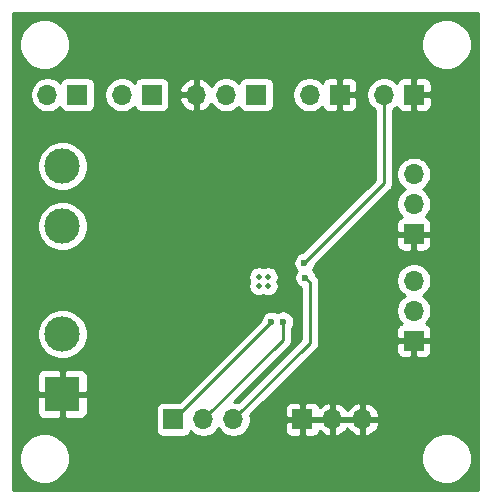
<source format=gbl>
G04 #@! TF.GenerationSoftware,KiCad,Pcbnew,(5.1.10)-1*
G04 #@! TF.CreationDate,2021-07-06T21:05:29-03:00*
G04 #@! TF.ProjectId,BQ25505,42513235-3530-4352-9e6b-696361645f70,rev?*
G04 #@! TF.SameCoordinates,Original*
G04 #@! TF.FileFunction,Copper,L2,Bot*
G04 #@! TF.FilePolarity,Positive*
%FSLAX46Y46*%
G04 Gerber Fmt 4.6, Leading zero omitted, Abs format (unit mm)*
G04 Created by KiCad (PCBNEW (5.1.10)-1) date 2021-07-06 21:05:29*
%MOMM*%
%LPD*%
G01*
G04 APERTURE LIST*
G04 #@! TA.AperFunction,ComponentPad*
%ADD10O,1.700000X1.700000*%
G04 #@! TD*
G04 #@! TA.AperFunction,ComponentPad*
%ADD11R,1.700000X1.700000*%
G04 #@! TD*
G04 #@! TA.AperFunction,ComponentPad*
%ADD12O,3.000000X3.000000*%
G04 #@! TD*
G04 #@! TA.AperFunction,ComponentPad*
%ADD13R,3.000000X3.000000*%
G04 #@! TD*
G04 #@! TA.AperFunction,ComponentPad*
%ADD14C,3.000000*%
G04 #@! TD*
G04 #@! TA.AperFunction,ComponentPad*
%ADD15C,0.508000*%
G04 #@! TD*
G04 #@! TA.AperFunction,ViaPad*
%ADD16C,0.800000*%
G04 #@! TD*
G04 #@! TA.AperFunction,ViaPad*
%ADD17C,0.600000*%
G04 #@! TD*
G04 #@! TA.AperFunction,Conductor*
%ADD18C,0.280000*%
G04 #@! TD*
G04 #@! TA.AperFunction,Conductor*
%ADD19C,0.254000*%
G04 #@! TD*
G04 #@! TA.AperFunction,Conductor*
%ADD20C,0.100000*%
G04 #@! TD*
G04 APERTURE END LIST*
D10*
X183896000Y-121158000D03*
X181356000Y-121158000D03*
D11*
X178816000Y-121158000D03*
D12*
X158496000Y-113944400D03*
D13*
X158496000Y-119024400D03*
D14*
X158496000Y-99720400D03*
X158496000Y-104800400D03*
D10*
X172974000Y-121158000D03*
X170434000Y-121158000D03*
D11*
X167894000Y-121158000D03*
D10*
X179425600Y-93675200D03*
D11*
X181965600Y-93675200D03*
D10*
X188252100Y-109410500D03*
X188252100Y-111950500D03*
D11*
X188252100Y-114490500D03*
D10*
X163525200Y-93675200D03*
D11*
X166065200Y-93675200D03*
D10*
X157226000Y-93675200D03*
D11*
X159766000Y-93675200D03*
D10*
X185724800Y-93675200D03*
D11*
X188264800Y-93675200D03*
D15*
X175120300Y-109867700D03*
X175120300Y-109080300D03*
X175907700Y-109867700D03*
X175907700Y-109080300D03*
D11*
X174904400Y-93675200D03*
D10*
X172364400Y-93675200D03*
X169824400Y-93675200D03*
X188252100Y-100393500D03*
X188252100Y-102933500D03*
D11*
X188252100Y-105473500D03*
D16*
X161798000Y-124968000D03*
X173990000Y-124968000D03*
X186182000Y-124968000D03*
X192786000Y-118618000D03*
X192786000Y-107061000D03*
X192786000Y-101282500D03*
X192786000Y-95504000D03*
X185928000Y-88646000D03*
X182335710Y-88646000D03*
X178743425Y-88646000D03*
X175151140Y-88646000D03*
X171558855Y-88646000D03*
X167966570Y-88646000D03*
X164374285Y-88646000D03*
X160782000Y-88646000D03*
X167386000Y-96012000D03*
X177292000Y-96266000D03*
X164084000Y-120142000D03*
X192786000Y-112839500D03*
X167894000Y-124968000D03*
X180086000Y-124968000D03*
D17*
X176199801Y-112903000D03*
X177164996Y-112877600D03*
X179070000Y-109169198D03*
X178993596Y-107924406D03*
D18*
X167944801Y-121158000D02*
X167894000Y-121158000D01*
X176199801Y-112903000D02*
X167944801Y-121158000D01*
X177165000Y-114427000D02*
X170434000Y-121158000D01*
X177165000Y-112877604D02*
X177165000Y-114427000D01*
X177164996Y-112877600D02*
X177165000Y-112877604D01*
X179469999Y-109569197D02*
X179070000Y-109169198D01*
X179469999Y-114662001D02*
X172974000Y-121158000D01*
X179469999Y-109569197D02*
X179469999Y-114662001D01*
X185724800Y-93675200D02*
X185724800Y-101193202D01*
X185724800Y-101193202D02*
X178993596Y-107924406D01*
D19*
X193650000Y-127102000D02*
X154330000Y-127102000D01*
X154330000Y-124249721D01*
X154837000Y-124249721D01*
X154837000Y-124670279D01*
X154919047Y-125082756D01*
X155079988Y-125471302D01*
X155313637Y-125820983D01*
X155611017Y-126118363D01*
X155960698Y-126352012D01*
X156349244Y-126512953D01*
X156761721Y-126595000D01*
X157182279Y-126595000D01*
X157594756Y-126512953D01*
X157983302Y-126352012D01*
X158332983Y-126118363D01*
X158630363Y-125820983D01*
X158864012Y-125471302D01*
X159024953Y-125082756D01*
X159107000Y-124670279D01*
X159107000Y-124249721D01*
X188873000Y-124249721D01*
X188873000Y-124670279D01*
X188955047Y-125082756D01*
X189115988Y-125471302D01*
X189349637Y-125820983D01*
X189647017Y-126118363D01*
X189996698Y-126352012D01*
X190385244Y-126512953D01*
X190797721Y-126595000D01*
X191218279Y-126595000D01*
X191630756Y-126512953D01*
X192019302Y-126352012D01*
X192368983Y-126118363D01*
X192666363Y-125820983D01*
X192900012Y-125471302D01*
X193060953Y-125082756D01*
X193143000Y-124670279D01*
X193143000Y-124249721D01*
X193060953Y-123837244D01*
X192900012Y-123448698D01*
X192666363Y-123099017D01*
X192368983Y-122801637D01*
X192019302Y-122567988D01*
X191630756Y-122407047D01*
X191218279Y-122325000D01*
X190797721Y-122325000D01*
X190385244Y-122407047D01*
X189996698Y-122567988D01*
X189647017Y-122801637D01*
X189349637Y-123099017D01*
X189115988Y-123448698D01*
X188955047Y-123837244D01*
X188873000Y-124249721D01*
X159107000Y-124249721D01*
X159024953Y-123837244D01*
X158864012Y-123448698D01*
X158630363Y-123099017D01*
X158332983Y-122801637D01*
X157983302Y-122567988D01*
X157594756Y-122407047D01*
X157182279Y-122325000D01*
X156761721Y-122325000D01*
X156349244Y-122407047D01*
X155960698Y-122567988D01*
X155611017Y-122801637D01*
X155313637Y-123099017D01*
X155079988Y-123448698D01*
X154919047Y-123837244D01*
X154837000Y-124249721D01*
X154330000Y-124249721D01*
X154330000Y-120524400D01*
X156357928Y-120524400D01*
X156370188Y-120648882D01*
X156406498Y-120768580D01*
X156465463Y-120878894D01*
X156544815Y-120975585D01*
X156641506Y-121054937D01*
X156751820Y-121113902D01*
X156871518Y-121150212D01*
X156996000Y-121162472D01*
X158210250Y-121159400D01*
X158369000Y-121000650D01*
X158369000Y-119151400D01*
X158623000Y-119151400D01*
X158623000Y-121000650D01*
X158781750Y-121159400D01*
X159996000Y-121162472D01*
X160120482Y-121150212D01*
X160240180Y-121113902D01*
X160350494Y-121054937D01*
X160447185Y-120975585D01*
X160526537Y-120878894D01*
X160585502Y-120768580D01*
X160621812Y-120648882D01*
X160634072Y-120524400D01*
X160633525Y-120308000D01*
X166405928Y-120308000D01*
X166405928Y-122008000D01*
X166418188Y-122132482D01*
X166454498Y-122252180D01*
X166513463Y-122362494D01*
X166592815Y-122459185D01*
X166689506Y-122538537D01*
X166799820Y-122597502D01*
X166919518Y-122633812D01*
X167044000Y-122646072D01*
X168744000Y-122646072D01*
X168868482Y-122633812D01*
X168988180Y-122597502D01*
X169098494Y-122538537D01*
X169195185Y-122459185D01*
X169274537Y-122362494D01*
X169333502Y-122252180D01*
X169355513Y-122179620D01*
X169487368Y-122311475D01*
X169730589Y-122473990D01*
X170000842Y-122585932D01*
X170287740Y-122643000D01*
X170580260Y-122643000D01*
X170867158Y-122585932D01*
X171137411Y-122473990D01*
X171380632Y-122311475D01*
X171587475Y-122104632D01*
X171704000Y-121930240D01*
X171820525Y-122104632D01*
X172027368Y-122311475D01*
X172270589Y-122473990D01*
X172540842Y-122585932D01*
X172827740Y-122643000D01*
X173120260Y-122643000D01*
X173407158Y-122585932D01*
X173677411Y-122473990D01*
X173920632Y-122311475D01*
X174127475Y-122104632D01*
X174192042Y-122008000D01*
X177327928Y-122008000D01*
X177340188Y-122132482D01*
X177376498Y-122252180D01*
X177435463Y-122362494D01*
X177514815Y-122459185D01*
X177611506Y-122538537D01*
X177721820Y-122597502D01*
X177841518Y-122633812D01*
X177966000Y-122646072D01*
X178530250Y-122643000D01*
X178689000Y-122484250D01*
X178689000Y-121285000D01*
X178943000Y-121285000D01*
X178943000Y-122484250D01*
X179101750Y-122643000D01*
X179666000Y-122646072D01*
X179790482Y-122633812D01*
X179910180Y-122597502D01*
X180020494Y-122538537D01*
X180117185Y-122459185D01*
X180196537Y-122362494D01*
X180255502Y-122252180D01*
X180279966Y-122171534D01*
X180355731Y-122255588D01*
X180589080Y-122429641D01*
X180851901Y-122554825D01*
X180999110Y-122599476D01*
X181229000Y-122478155D01*
X181229000Y-121285000D01*
X181483000Y-121285000D01*
X181483000Y-122478155D01*
X181712890Y-122599476D01*
X181860099Y-122554825D01*
X182122920Y-122429641D01*
X182356269Y-122255588D01*
X182551178Y-122039355D01*
X182626000Y-121913745D01*
X182700822Y-122039355D01*
X182895731Y-122255588D01*
X183129080Y-122429641D01*
X183391901Y-122554825D01*
X183539110Y-122599476D01*
X183769000Y-122478155D01*
X183769000Y-121285000D01*
X184023000Y-121285000D01*
X184023000Y-122478155D01*
X184252890Y-122599476D01*
X184400099Y-122554825D01*
X184662920Y-122429641D01*
X184896269Y-122255588D01*
X185091178Y-122039355D01*
X185240157Y-121789252D01*
X185337481Y-121514891D01*
X185216814Y-121285000D01*
X184023000Y-121285000D01*
X183769000Y-121285000D01*
X181483000Y-121285000D01*
X181229000Y-121285000D01*
X178943000Y-121285000D01*
X178689000Y-121285000D01*
X177489750Y-121285000D01*
X177331000Y-121443750D01*
X177327928Y-122008000D01*
X174192042Y-122008000D01*
X174289990Y-121861411D01*
X174401932Y-121591158D01*
X174459000Y-121304260D01*
X174459000Y-121011740D01*
X174418729Y-120809285D01*
X174920014Y-120308000D01*
X177327928Y-120308000D01*
X177331000Y-120872250D01*
X177489750Y-121031000D01*
X178689000Y-121031000D01*
X178689000Y-119831750D01*
X178943000Y-119831750D01*
X178943000Y-121031000D01*
X181229000Y-121031000D01*
X181229000Y-119837845D01*
X181483000Y-119837845D01*
X181483000Y-121031000D01*
X183769000Y-121031000D01*
X183769000Y-119837845D01*
X184023000Y-119837845D01*
X184023000Y-121031000D01*
X185216814Y-121031000D01*
X185337481Y-120801109D01*
X185240157Y-120526748D01*
X185091178Y-120276645D01*
X184896269Y-120060412D01*
X184662920Y-119886359D01*
X184400099Y-119761175D01*
X184252890Y-119716524D01*
X184023000Y-119837845D01*
X183769000Y-119837845D01*
X183539110Y-119716524D01*
X183391901Y-119761175D01*
X183129080Y-119886359D01*
X182895731Y-120060412D01*
X182700822Y-120276645D01*
X182626000Y-120402255D01*
X182551178Y-120276645D01*
X182356269Y-120060412D01*
X182122920Y-119886359D01*
X181860099Y-119761175D01*
X181712890Y-119716524D01*
X181483000Y-119837845D01*
X181229000Y-119837845D01*
X180999110Y-119716524D01*
X180851901Y-119761175D01*
X180589080Y-119886359D01*
X180355731Y-120060412D01*
X180279966Y-120144466D01*
X180255502Y-120063820D01*
X180196537Y-119953506D01*
X180117185Y-119856815D01*
X180020494Y-119777463D01*
X179910180Y-119718498D01*
X179790482Y-119682188D01*
X179666000Y-119669928D01*
X179101750Y-119673000D01*
X178943000Y-119831750D01*
X178689000Y-119831750D01*
X178530250Y-119673000D01*
X177966000Y-119669928D01*
X177841518Y-119682188D01*
X177721820Y-119718498D01*
X177611506Y-119777463D01*
X177514815Y-119856815D01*
X177435463Y-119953506D01*
X177376498Y-120063820D01*
X177340188Y-120183518D01*
X177327928Y-120308000D01*
X174920014Y-120308000D01*
X179887514Y-115340500D01*
X186764028Y-115340500D01*
X186776288Y-115464982D01*
X186812598Y-115584680D01*
X186871563Y-115694994D01*
X186950915Y-115791685D01*
X187047606Y-115871037D01*
X187157920Y-115930002D01*
X187277618Y-115966312D01*
X187402100Y-115978572D01*
X187966350Y-115975500D01*
X188125100Y-115816750D01*
X188125100Y-114617500D01*
X188379100Y-114617500D01*
X188379100Y-115816750D01*
X188537850Y-115975500D01*
X189102100Y-115978572D01*
X189226582Y-115966312D01*
X189346280Y-115930002D01*
X189456594Y-115871037D01*
X189553285Y-115791685D01*
X189632637Y-115694994D01*
X189691602Y-115584680D01*
X189727912Y-115464982D01*
X189740172Y-115340500D01*
X189737100Y-114776250D01*
X189578350Y-114617500D01*
X188379100Y-114617500D01*
X188125100Y-114617500D01*
X186925850Y-114617500D01*
X186767100Y-114776250D01*
X186764028Y-115340500D01*
X179887514Y-115340500D01*
X179991086Y-115236929D01*
X180020658Y-115212660D01*
X180082657Y-115137113D01*
X180117505Y-115094652D01*
X180189468Y-114960016D01*
X180189469Y-114960015D01*
X180233785Y-114813927D01*
X180244999Y-114700066D01*
X180244999Y-114700064D01*
X180248748Y-114662001D01*
X180244999Y-114623938D01*
X180244999Y-113640500D01*
X186764028Y-113640500D01*
X186767100Y-114204750D01*
X186925850Y-114363500D01*
X188125100Y-114363500D01*
X188125100Y-114343500D01*
X188379100Y-114343500D01*
X188379100Y-114363500D01*
X189578350Y-114363500D01*
X189737100Y-114204750D01*
X189740172Y-113640500D01*
X189727912Y-113516018D01*
X189691602Y-113396320D01*
X189632637Y-113286006D01*
X189553285Y-113189315D01*
X189456594Y-113109963D01*
X189346280Y-113050998D01*
X189273720Y-113028987D01*
X189405575Y-112897132D01*
X189568090Y-112653911D01*
X189680032Y-112383658D01*
X189737100Y-112096760D01*
X189737100Y-111804240D01*
X189680032Y-111517342D01*
X189568090Y-111247089D01*
X189405575Y-111003868D01*
X189198732Y-110797025D01*
X189024340Y-110680500D01*
X189198732Y-110563975D01*
X189405575Y-110357132D01*
X189568090Y-110113911D01*
X189680032Y-109843658D01*
X189737100Y-109556760D01*
X189737100Y-109264240D01*
X189680032Y-108977342D01*
X189568090Y-108707089D01*
X189405575Y-108463868D01*
X189198732Y-108257025D01*
X188955511Y-108094510D01*
X188685258Y-107982568D01*
X188398360Y-107925500D01*
X188105840Y-107925500D01*
X187818942Y-107982568D01*
X187548689Y-108094510D01*
X187305468Y-108257025D01*
X187098625Y-108463868D01*
X186936110Y-108707089D01*
X186824168Y-108977342D01*
X186767100Y-109264240D01*
X186767100Y-109556760D01*
X186824168Y-109843658D01*
X186936110Y-110113911D01*
X187098625Y-110357132D01*
X187305468Y-110563975D01*
X187479860Y-110680500D01*
X187305468Y-110797025D01*
X187098625Y-111003868D01*
X186936110Y-111247089D01*
X186824168Y-111517342D01*
X186767100Y-111804240D01*
X186767100Y-112096760D01*
X186824168Y-112383658D01*
X186936110Y-112653911D01*
X187098625Y-112897132D01*
X187230480Y-113028987D01*
X187157920Y-113050998D01*
X187047606Y-113109963D01*
X186950915Y-113189315D01*
X186871563Y-113286006D01*
X186812598Y-113396320D01*
X186776288Y-113516018D01*
X186764028Y-113640500D01*
X180244999Y-113640500D01*
X180244999Y-109607259D01*
X180248748Y-109569196D01*
X180244999Y-109531132D01*
X180233785Y-109417271D01*
X180189469Y-109271183D01*
X180117505Y-109136547D01*
X180020658Y-109018538D01*
X179991082Y-108994266D01*
X179987885Y-108991069D01*
X179969068Y-108896469D01*
X179898586Y-108726309D01*
X179796262Y-108573170D01*
X179729338Y-108506246D01*
X179822182Y-108367295D01*
X179892664Y-108197135D01*
X179911481Y-108102535D01*
X181690516Y-106323500D01*
X186764028Y-106323500D01*
X186776288Y-106447982D01*
X186812598Y-106567680D01*
X186871563Y-106677994D01*
X186950915Y-106774685D01*
X187047606Y-106854037D01*
X187157920Y-106913002D01*
X187277618Y-106949312D01*
X187402100Y-106961572D01*
X187966350Y-106958500D01*
X188125100Y-106799750D01*
X188125100Y-105600500D01*
X188379100Y-105600500D01*
X188379100Y-106799750D01*
X188537850Y-106958500D01*
X189102100Y-106961572D01*
X189226582Y-106949312D01*
X189346280Y-106913002D01*
X189456594Y-106854037D01*
X189553285Y-106774685D01*
X189632637Y-106677994D01*
X189691602Y-106567680D01*
X189727912Y-106447982D01*
X189740172Y-106323500D01*
X189737100Y-105759250D01*
X189578350Y-105600500D01*
X188379100Y-105600500D01*
X188125100Y-105600500D01*
X186925850Y-105600500D01*
X186767100Y-105759250D01*
X186764028Y-106323500D01*
X181690516Y-106323500D01*
X183390516Y-104623500D01*
X186764028Y-104623500D01*
X186767100Y-105187750D01*
X186925850Y-105346500D01*
X188125100Y-105346500D01*
X188125100Y-105326500D01*
X188379100Y-105326500D01*
X188379100Y-105346500D01*
X189578350Y-105346500D01*
X189737100Y-105187750D01*
X189740172Y-104623500D01*
X189727912Y-104499018D01*
X189691602Y-104379320D01*
X189632637Y-104269006D01*
X189553285Y-104172315D01*
X189456594Y-104092963D01*
X189346280Y-104033998D01*
X189273720Y-104011987D01*
X189405575Y-103880132D01*
X189568090Y-103636911D01*
X189680032Y-103366658D01*
X189737100Y-103079760D01*
X189737100Y-102787240D01*
X189680032Y-102500342D01*
X189568090Y-102230089D01*
X189405575Y-101986868D01*
X189198732Y-101780025D01*
X189024340Y-101663500D01*
X189198732Y-101546975D01*
X189405575Y-101340132D01*
X189568090Y-101096911D01*
X189680032Y-100826658D01*
X189737100Y-100539760D01*
X189737100Y-100247240D01*
X189680032Y-99960342D01*
X189568090Y-99690089D01*
X189405575Y-99446868D01*
X189198732Y-99240025D01*
X188955511Y-99077510D01*
X188685258Y-98965568D01*
X188398360Y-98908500D01*
X188105840Y-98908500D01*
X187818942Y-98965568D01*
X187548689Y-99077510D01*
X187305468Y-99240025D01*
X187098625Y-99446868D01*
X186936110Y-99690089D01*
X186824168Y-99960342D01*
X186767100Y-100247240D01*
X186767100Y-100539760D01*
X186824168Y-100826658D01*
X186936110Y-101096911D01*
X187098625Y-101340132D01*
X187305468Y-101546975D01*
X187479860Y-101663500D01*
X187305468Y-101780025D01*
X187098625Y-101986868D01*
X186936110Y-102230089D01*
X186824168Y-102500342D01*
X186767100Y-102787240D01*
X186767100Y-103079760D01*
X186824168Y-103366658D01*
X186936110Y-103636911D01*
X187098625Y-103880132D01*
X187230480Y-104011987D01*
X187157920Y-104033998D01*
X187047606Y-104092963D01*
X186950915Y-104172315D01*
X186871563Y-104269006D01*
X186812598Y-104379320D01*
X186776288Y-104499018D01*
X186764028Y-104623500D01*
X183390516Y-104623500D01*
X186245887Y-101768130D01*
X186275459Y-101743861D01*
X186337458Y-101668314D01*
X186372306Y-101625853D01*
X186414466Y-101546975D01*
X186444270Y-101491216D01*
X186488586Y-101345128D01*
X186499800Y-101231267D01*
X186499800Y-101231265D01*
X186503549Y-101193202D01*
X186499800Y-101155139D01*
X186499800Y-94943356D01*
X186671432Y-94828675D01*
X186803287Y-94696820D01*
X186825298Y-94769380D01*
X186884263Y-94879694D01*
X186963615Y-94976385D01*
X187060306Y-95055737D01*
X187170620Y-95114702D01*
X187290318Y-95151012D01*
X187414800Y-95163272D01*
X187979050Y-95160200D01*
X188137800Y-95001450D01*
X188137800Y-93802200D01*
X188391800Y-93802200D01*
X188391800Y-95001450D01*
X188550550Y-95160200D01*
X189114800Y-95163272D01*
X189239282Y-95151012D01*
X189358980Y-95114702D01*
X189469294Y-95055737D01*
X189565985Y-94976385D01*
X189645337Y-94879694D01*
X189704302Y-94769380D01*
X189740612Y-94649682D01*
X189752872Y-94525200D01*
X189749800Y-93960950D01*
X189591050Y-93802200D01*
X188391800Y-93802200D01*
X188137800Y-93802200D01*
X188117800Y-93802200D01*
X188117800Y-93548200D01*
X188137800Y-93548200D01*
X188137800Y-92348950D01*
X188391800Y-92348950D01*
X188391800Y-93548200D01*
X189591050Y-93548200D01*
X189749800Y-93389450D01*
X189752872Y-92825200D01*
X189740612Y-92700718D01*
X189704302Y-92581020D01*
X189645337Y-92470706D01*
X189565985Y-92374015D01*
X189469294Y-92294663D01*
X189358980Y-92235698D01*
X189239282Y-92199388D01*
X189114800Y-92187128D01*
X188550550Y-92190200D01*
X188391800Y-92348950D01*
X188137800Y-92348950D01*
X187979050Y-92190200D01*
X187414800Y-92187128D01*
X187290318Y-92199388D01*
X187170620Y-92235698D01*
X187060306Y-92294663D01*
X186963615Y-92374015D01*
X186884263Y-92470706D01*
X186825298Y-92581020D01*
X186803287Y-92653580D01*
X186671432Y-92521725D01*
X186428211Y-92359210D01*
X186157958Y-92247268D01*
X185871060Y-92190200D01*
X185578540Y-92190200D01*
X185291642Y-92247268D01*
X185021389Y-92359210D01*
X184778168Y-92521725D01*
X184571325Y-92728568D01*
X184408810Y-92971789D01*
X184296868Y-93242042D01*
X184239800Y-93528940D01*
X184239800Y-93821460D01*
X184296868Y-94108358D01*
X184408810Y-94378611D01*
X184571325Y-94621832D01*
X184778168Y-94828675D01*
X184949800Y-94943356D01*
X184949801Y-100872186D01*
X178815467Y-107006521D01*
X178720867Y-107025338D01*
X178550707Y-107095820D01*
X178397568Y-107198144D01*
X178267334Y-107328378D01*
X178165010Y-107481517D01*
X178094528Y-107651677D01*
X178058596Y-107832317D01*
X178058596Y-108016495D01*
X178094528Y-108197135D01*
X178165010Y-108367295D01*
X178267334Y-108520434D01*
X178334258Y-108587358D01*
X178241414Y-108726309D01*
X178170932Y-108896469D01*
X178135000Y-109077109D01*
X178135000Y-109261287D01*
X178170932Y-109441927D01*
X178241414Y-109612087D01*
X178343738Y-109765226D01*
X178473972Y-109895460D01*
X178627111Y-109997784D01*
X178694999Y-110025904D01*
X178695000Y-114340985D01*
X173322715Y-119713271D01*
X173120260Y-119673000D01*
X173015015Y-119673000D01*
X177686093Y-115001923D01*
X177715659Y-114977659D01*
X177812506Y-114859650D01*
X177884470Y-114725014D01*
X177928786Y-114578926D01*
X177940000Y-114465065D01*
X177940000Y-114465064D01*
X177943749Y-114427001D01*
X177940000Y-114388938D01*
X177940000Y-113400680D01*
X177993582Y-113320489D01*
X178064064Y-113150329D01*
X178099996Y-112969689D01*
X178099996Y-112785511D01*
X178064064Y-112604871D01*
X177993582Y-112434711D01*
X177891258Y-112281572D01*
X177761024Y-112151338D01*
X177607885Y-112049014D01*
X177437725Y-111978532D01*
X177257085Y-111942600D01*
X177072907Y-111942600D01*
X176892267Y-111978532D01*
X176722107Y-112049014D01*
X176663392Y-112088246D01*
X176642690Y-112074414D01*
X176472530Y-112003932D01*
X176291890Y-111968000D01*
X176107712Y-111968000D01*
X175927072Y-112003932D01*
X175756912Y-112074414D01*
X175603773Y-112176738D01*
X175473539Y-112306972D01*
X175371215Y-112460111D01*
X175300733Y-112630271D01*
X175281916Y-112724870D01*
X168336859Y-119669928D01*
X167044000Y-119669928D01*
X166919518Y-119682188D01*
X166799820Y-119718498D01*
X166689506Y-119777463D01*
X166592815Y-119856815D01*
X166513463Y-119953506D01*
X166454498Y-120063820D01*
X166418188Y-120183518D01*
X166405928Y-120308000D01*
X160633525Y-120308000D01*
X160631000Y-119310150D01*
X160472250Y-119151400D01*
X158623000Y-119151400D01*
X158369000Y-119151400D01*
X156519750Y-119151400D01*
X156361000Y-119310150D01*
X156357928Y-120524400D01*
X154330000Y-120524400D01*
X154330000Y-117524400D01*
X156357928Y-117524400D01*
X156361000Y-118738650D01*
X156519750Y-118897400D01*
X158369000Y-118897400D01*
X158369000Y-117048150D01*
X158623000Y-117048150D01*
X158623000Y-118897400D01*
X160472250Y-118897400D01*
X160631000Y-118738650D01*
X160634072Y-117524400D01*
X160621812Y-117399918D01*
X160585502Y-117280220D01*
X160526537Y-117169906D01*
X160447185Y-117073215D01*
X160350494Y-116993863D01*
X160240180Y-116934898D01*
X160120482Y-116898588D01*
X159996000Y-116886328D01*
X158781750Y-116889400D01*
X158623000Y-117048150D01*
X158369000Y-117048150D01*
X158210250Y-116889400D01*
X156996000Y-116886328D01*
X156871518Y-116898588D01*
X156751820Y-116934898D01*
X156641506Y-116993863D01*
X156544815Y-117073215D01*
X156465463Y-117169906D01*
X156406498Y-117280220D01*
X156370188Y-117399918D01*
X156357928Y-117524400D01*
X154330000Y-117524400D01*
X154330000Y-113734121D01*
X156361000Y-113734121D01*
X156361000Y-114154679D01*
X156443047Y-114567156D01*
X156603988Y-114955702D01*
X156837637Y-115305383D01*
X157135017Y-115602763D01*
X157484698Y-115836412D01*
X157873244Y-115997353D01*
X158285721Y-116079400D01*
X158706279Y-116079400D01*
X159118756Y-115997353D01*
X159507302Y-115836412D01*
X159856983Y-115602763D01*
X160154363Y-115305383D01*
X160388012Y-114955702D01*
X160548953Y-114567156D01*
X160631000Y-114154679D01*
X160631000Y-113734121D01*
X160548953Y-113321644D01*
X160388012Y-112933098D01*
X160154363Y-112583417D01*
X159856983Y-112286037D01*
X159507302Y-112052388D01*
X159118756Y-111891447D01*
X158706279Y-111809400D01*
X158285721Y-111809400D01*
X157873244Y-111891447D01*
X157484698Y-112052388D01*
X157135017Y-112286037D01*
X156837637Y-112583417D01*
X156603988Y-112933098D01*
X156443047Y-113321644D01*
X156361000Y-113734121D01*
X154330000Y-113734121D01*
X154330000Y-108992741D01*
X174231300Y-108992741D01*
X174231300Y-109167859D01*
X174265464Y-109339612D01*
X174321130Y-109474000D01*
X174265464Y-109608388D01*
X174231300Y-109780141D01*
X174231300Y-109955259D01*
X174265464Y-110127012D01*
X174332479Y-110288799D01*
X174429769Y-110434404D01*
X174553596Y-110558231D01*
X174699201Y-110655521D01*
X174860988Y-110722536D01*
X175032741Y-110756700D01*
X175207859Y-110756700D01*
X175379612Y-110722536D01*
X175514000Y-110666870D01*
X175648388Y-110722536D01*
X175820141Y-110756700D01*
X175995259Y-110756700D01*
X176167012Y-110722536D01*
X176328799Y-110655521D01*
X176474404Y-110558231D01*
X176598231Y-110434404D01*
X176695521Y-110288799D01*
X176762536Y-110127012D01*
X176796700Y-109955259D01*
X176796700Y-109780141D01*
X176762536Y-109608388D01*
X176706870Y-109474000D01*
X176762536Y-109339612D01*
X176796700Y-109167859D01*
X176796700Y-108992741D01*
X176762536Y-108820988D01*
X176695521Y-108659201D01*
X176598231Y-108513596D01*
X176474404Y-108389769D01*
X176328799Y-108292479D01*
X176167012Y-108225464D01*
X175995259Y-108191300D01*
X175820141Y-108191300D01*
X175648388Y-108225464D01*
X175514000Y-108281130D01*
X175379612Y-108225464D01*
X175207859Y-108191300D01*
X175032741Y-108191300D01*
X174860988Y-108225464D01*
X174699201Y-108292479D01*
X174553596Y-108389769D01*
X174429769Y-108513596D01*
X174332479Y-108659201D01*
X174265464Y-108820988D01*
X174231300Y-108992741D01*
X154330000Y-108992741D01*
X154330000Y-104590121D01*
X156361000Y-104590121D01*
X156361000Y-105010679D01*
X156443047Y-105423156D01*
X156603988Y-105811702D01*
X156837637Y-106161383D01*
X157135017Y-106458763D01*
X157484698Y-106692412D01*
X157873244Y-106853353D01*
X158285721Y-106935400D01*
X158706279Y-106935400D01*
X159118756Y-106853353D01*
X159507302Y-106692412D01*
X159856983Y-106458763D01*
X160154363Y-106161383D01*
X160388012Y-105811702D01*
X160548953Y-105423156D01*
X160631000Y-105010679D01*
X160631000Y-104590121D01*
X160548953Y-104177644D01*
X160388012Y-103789098D01*
X160154363Y-103439417D01*
X159856983Y-103142037D01*
X159507302Y-102908388D01*
X159118756Y-102747447D01*
X158706279Y-102665400D01*
X158285721Y-102665400D01*
X157873244Y-102747447D01*
X157484698Y-102908388D01*
X157135017Y-103142037D01*
X156837637Y-103439417D01*
X156603988Y-103789098D01*
X156443047Y-104177644D01*
X156361000Y-104590121D01*
X154330000Y-104590121D01*
X154330000Y-99510121D01*
X156361000Y-99510121D01*
X156361000Y-99930679D01*
X156443047Y-100343156D01*
X156603988Y-100731702D01*
X156837637Y-101081383D01*
X157135017Y-101378763D01*
X157484698Y-101612412D01*
X157873244Y-101773353D01*
X158285721Y-101855400D01*
X158706279Y-101855400D01*
X159118756Y-101773353D01*
X159507302Y-101612412D01*
X159856983Y-101378763D01*
X160154363Y-101081383D01*
X160388012Y-100731702D01*
X160548953Y-100343156D01*
X160631000Y-99930679D01*
X160631000Y-99510121D01*
X160548953Y-99097644D01*
X160388012Y-98709098D01*
X160154363Y-98359417D01*
X159856983Y-98062037D01*
X159507302Y-97828388D01*
X159118756Y-97667447D01*
X158706279Y-97585400D01*
X158285721Y-97585400D01*
X157873244Y-97667447D01*
X157484698Y-97828388D01*
X157135017Y-98062037D01*
X156837637Y-98359417D01*
X156603988Y-98709098D01*
X156443047Y-99097644D01*
X156361000Y-99510121D01*
X154330000Y-99510121D01*
X154330000Y-93528940D01*
X155741000Y-93528940D01*
X155741000Y-93821460D01*
X155798068Y-94108358D01*
X155910010Y-94378611D01*
X156072525Y-94621832D01*
X156279368Y-94828675D01*
X156522589Y-94991190D01*
X156792842Y-95103132D01*
X157079740Y-95160200D01*
X157372260Y-95160200D01*
X157659158Y-95103132D01*
X157929411Y-94991190D01*
X158172632Y-94828675D01*
X158304487Y-94696820D01*
X158326498Y-94769380D01*
X158385463Y-94879694D01*
X158464815Y-94976385D01*
X158561506Y-95055737D01*
X158671820Y-95114702D01*
X158791518Y-95151012D01*
X158916000Y-95163272D01*
X160616000Y-95163272D01*
X160740482Y-95151012D01*
X160860180Y-95114702D01*
X160970494Y-95055737D01*
X161067185Y-94976385D01*
X161146537Y-94879694D01*
X161205502Y-94769380D01*
X161241812Y-94649682D01*
X161254072Y-94525200D01*
X161254072Y-93528940D01*
X162040200Y-93528940D01*
X162040200Y-93821460D01*
X162097268Y-94108358D01*
X162209210Y-94378611D01*
X162371725Y-94621832D01*
X162578568Y-94828675D01*
X162821789Y-94991190D01*
X163092042Y-95103132D01*
X163378940Y-95160200D01*
X163671460Y-95160200D01*
X163958358Y-95103132D01*
X164228611Y-94991190D01*
X164471832Y-94828675D01*
X164603687Y-94696820D01*
X164625698Y-94769380D01*
X164684663Y-94879694D01*
X164764015Y-94976385D01*
X164860706Y-95055737D01*
X164971020Y-95114702D01*
X165090718Y-95151012D01*
X165215200Y-95163272D01*
X166915200Y-95163272D01*
X167039682Y-95151012D01*
X167159380Y-95114702D01*
X167269694Y-95055737D01*
X167366385Y-94976385D01*
X167445737Y-94879694D01*
X167504702Y-94769380D01*
X167541012Y-94649682D01*
X167553272Y-94525200D01*
X167553272Y-94032091D01*
X168382919Y-94032091D01*
X168480243Y-94306452D01*
X168629222Y-94556555D01*
X168824131Y-94772788D01*
X169057480Y-94946841D01*
X169320301Y-95072025D01*
X169467510Y-95116676D01*
X169697400Y-94995355D01*
X169697400Y-93802200D01*
X168503586Y-93802200D01*
X168382919Y-94032091D01*
X167553272Y-94032091D01*
X167553272Y-93318309D01*
X168382919Y-93318309D01*
X168503586Y-93548200D01*
X169697400Y-93548200D01*
X169697400Y-92355045D01*
X169951400Y-92355045D01*
X169951400Y-93548200D01*
X169971400Y-93548200D01*
X169971400Y-93802200D01*
X169951400Y-93802200D01*
X169951400Y-94995355D01*
X170181290Y-95116676D01*
X170328499Y-95072025D01*
X170591320Y-94946841D01*
X170824669Y-94772788D01*
X171019578Y-94556555D01*
X171089205Y-94439666D01*
X171210925Y-94621832D01*
X171417768Y-94828675D01*
X171660989Y-94991190D01*
X171931242Y-95103132D01*
X172218140Y-95160200D01*
X172510660Y-95160200D01*
X172797558Y-95103132D01*
X173067811Y-94991190D01*
X173311032Y-94828675D01*
X173442887Y-94696820D01*
X173464898Y-94769380D01*
X173523863Y-94879694D01*
X173603215Y-94976385D01*
X173699906Y-95055737D01*
X173810220Y-95114702D01*
X173929918Y-95151012D01*
X174054400Y-95163272D01*
X175754400Y-95163272D01*
X175878882Y-95151012D01*
X175998580Y-95114702D01*
X176108894Y-95055737D01*
X176205585Y-94976385D01*
X176284937Y-94879694D01*
X176343902Y-94769380D01*
X176380212Y-94649682D01*
X176392472Y-94525200D01*
X176392472Y-93528940D01*
X177940600Y-93528940D01*
X177940600Y-93821460D01*
X177997668Y-94108358D01*
X178109610Y-94378611D01*
X178272125Y-94621832D01*
X178478968Y-94828675D01*
X178722189Y-94991190D01*
X178992442Y-95103132D01*
X179279340Y-95160200D01*
X179571860Y-95160200D01*
X179858758Y-95103132D01*
X180129011Y-94991190D01*
X180372232Y-94828675D01*
X180504087Y-94696820D01*
X180526098Y-94769380D01*
X180585063Y-94879694D01*
X180664415Y-94976385D01*
X180761106Y-95055737D01*
X180871420Y-95114702D01*
X180991118Y-95151012D01*
X181115600Y-95163272D01*
X181679850Y-95160200D01*
X181838600Y-95001450D01*
X181838600Y-93802200D01*
X182092600Y-93802200D01*
X182092600Y-95001450D01*
X182251350Y-95160200D01*
X182815600Y-95163272D01*
X182940082Y-95151012D01*
X183059780Y-95114702D01*
X183170094Y-95055737D01*
X183266785Y-94976385D01*
X183346137Y-94879694D01*
X183405102Y-94769380D01*
X183441412Y-94649682D01*
X183453672Y-94525200D01*
X183450600Y-93960950D01*
X183291850Y-93802200D01*
X182092600Y-93802200D01*
X181838600Y-93802200D01*
X181818600Y-93802200D01*
X181818600Y-93548200D01*
X181838600Y-93548200D01*
X181838600Y-92348950D01*
X182092600Y-92348950D01*
X182092600Y-93548200D01*
X183291850Y-93548200D01*
X183450600Y-93389450D01*
X183453672Y-92825200D01*
X183441412Y-92700718D01*
X183405102Y-92581020D01*
X183346137Y-92470706D01*
X183266785Y-92374015D01*
X183170094Y-92294663D01*
X183059780Y-92235698D01*
X182940082Y-92199388D01*
X182815600Y-92187128D01*
X182251350Y-92190200D01*
X182092600Y-92348950D01*
X181838600Y-92348950D01*
X181679850Y-92190200D01*
X181115600Y-92187128D01*
X180991118Y-92199388D01*
X180871420Y-92235698D01*
X180761106Y-92294663D01*
X180664415Y-92374015D01*
X180585063Y-92470706D01*
X180526098Y-92581020D01*
X180504087Y-92653580D01*
X180372232Y-92521725D01*
X180129011Y-92359210D01*
X179858758Y-92247268D01*
X179571860Y-92190200D01*
X179279340Y-92190200D01*
X178992442Y-92247268D01*
X178722189Y-92359210D01*
X178478968Y-92521725D01*
X178272125Y-92728568D01*
X178109610Y-92971789D01*
X177997668Y-93242042D01*
X177940600Y-93528940D01*
X176392472Y-93528940D01*
X176392472Y-92825200D01*
X176380212Y-92700718D01*
X176343902Y-92581020D01*
X176284937Y-92470706D01*
X176205585Y-92374015D01*
X176108894Y-92294663D01*
X175998580Y-92235698D01*
X175878882Y-92199388D01*
X175754400Y-92187128D01*
X174054400Y-92187128D01*
X173929918Y-92199388D01*
X173810220Y-92235698D01*
X173699906Y-92294663D01*
X173603215Y-92374015D01*
X173523863Y-92470706D01*
X173464898Y-92581020D01*
X173442887Y-92653580D01*
X173311032Y-92521725D01*
X173067811Y-92359210D01*
X172797558Y-92247268D01*
X172510660Y-92190200D01*
X172218140Y-92190200D01*
X171931242Y-92247268D01*
X171660989Y-92359210D01*
X171417768Y-92521725D01*
X171210925Y-92728568D01*
X171089205Y-92910734D01*
X171019578Y-92793845D01*
X170824669Y-92577612D01*
X170591320Y-92403559D01*
X170328499Y-92278375D01*
X170181290Y-92233724D01*
X169951400Y-92355045D01*
X169697400Y-92355045D01*
X169467510Y-92233724D01*
X169320301Y-92278375D01*
X169057480Y-92403559D01*
X168824131Y-92577612D01*
X168629222Y-92793845D01*
X168480243Y-93043948D01*
X168382919Y-93318309D01*
X167553272Y-93318309D01*
X167553272Y-92825200D01*
X167541012Y-92700718D01*
X167504702Y-92581020D01*
X167445737Y-92470706D01*
X167366385Y-92374015D01*
X167269694Y-92294663D01*
X167159380Y-92235698D01*
X167039682Y-92199388D01*
X166915200Y-92187128D01*
X165215200Y-92187128D01*
X165090718Y-92199388D01*
X164971020Y-92235698D01*
X164860706Y-92294663D01*
X164764015Y-92374015D01*
X164684663Y-92470706D01*
X164625698Y-92581020D01*
X164603687Y-92653580D01*
X164471832Y-92521725D01*
X164228611Y-92359210D01*
X163958358Y-92247268D01*
X163671460Y-92190200D01*
X163378940Y-92190200D01*
X163092042Y-92247268D01*
X162821789Y-92359210D01*
X162578568Y-92521725D01*
X162371725Y-92728568D01*
X162209210Y-92971789D01*
X162097268Y-93242042D01*
X162040200Y-93528940D01*
X161254072Y-93528940D01*
X161254072Y-92825200D01*
X161241812Y-92700718D01*
X161205502Y-92581020D01*
X161146537Y-92470706D01*
X161067185Y-92374015D01*
X160970494Y-92294663D01*
X160860180Y-92235698D01*
X160740482Y-92199388D01*
X160616000Y-92187128D01*
X158916000Y-92187128D01*
X158791518Y-92199388D01*
X158671820Y-92235698D01*
X158561506Y-92294663D01*
X158464815Y-92374015D01*
X158385463Y-92470706D01*
X158326498Y-92581020D01*
X158304487Y-92653580D01*
X158172632Y-92521725D01*
X157929411Y-92359210D01*
X157659158Y-92247268D01*
X157372260Y-92190200D01*
X157079740Y-92190200D01*
X156792842Y-92247268D01*
X156522589Y-92359210D01*
X156279368Y-92521725D01*
X156072525Y-92728568D01*
X155910010Y-92971789D01*
X155798068Y-93242042D01*
X155741000Y-93528940D01*
X154330000Y-93528940D01*
X154330000Y-89197721D01*
X154837000Y-89197721D01*
X154837000Y-89618279D01*
X154919047Y-90030756D01*
X155079988Y-90419302D01*
X155313637Y-90768983D01*
X155611017Y-91066363D01*
X155960698Y-91300012D01*
X156349244Y-91460953D01*
X156761721Y-91543000D01*
X157182279Y-91543000D01*
X157594756Y-91460953D01*
X157983302Y-91300012D01*
X158332983Y-91066363D01*
X158630363Y-90768983D01*
X158864012Y-90419302D01*
X159024953Y-90030756D01*
X159107000Y-89618279D01*
X159107000Y-89197721D01*
X188873000Y-89197721D01*
X188873000Y-89618279D01*
X188955047Y-90030756D01*
X189115988Y-90419302D01*
X189349637Y-90768983D01*
X189647017Y-91066363D01*
X189996698Y-91300012D01*
X190385244Y-91460953D01*
X190797721Y-91543000D01*
X191218279Y-91543000D01*
X191630756Y-91460953D01*
X192019302Y-91300012D01*
X192368983Y-91066363D01*
X192666363Y-90768983D01*
X192900012Y-90419302D01*
X193060953Y-90030756D01*
X193143000Y-89618279D01*
X193143000Y-89197721D01*
X193060953Y-88785244D01*
X192900012Y-88396698D01*
X192666363Y-88047017D01*
X192368983Y-87749637D01*
X192019302Y-87515988D01*
X191630756Y-87355047D01*
X191218279Y-87273000D01*
X190797721Y-87273000D01*
X190385244Y-87355047D01*
X189996698Y-87515988D01*
X189647017Y-87749637D01*
X189349637Y-88047017D01*
X189115988Y-88396698D01*
X188955047Y-88785244D01*
X188873000Y-89197721D01*
X159107000Y-89197721D01*
X159024953Y-88785244D01*
X158864012Y-88396698D01*
X158630363Y-88047017D01*
X158332983Y-87749637D01*
X157983302Y-87515988D01*
X157594756Y-87355047D01*
X157182279Y-87273000D01*
X156761721Y-87273000D01*
X156349244Y-87355047D01*
X155960698Y-87515988D01*
X155611017Y-87749637D01*
X155313637Y-88047017D01*
X155079988Y-88396698D01*
X154919047Y-88785244D01*
X154837000Y-89197721D01*
X154330000Y-89197721D01*
X154330000Y-86766000D01*
X193650001Y-86766000D01*
X193650000Y-127102000D01*
G04 #@! TA.AperFunction,Conductor*
D20*
G36*
X193650000Y-127102000D02*
G01*
X154330000Y-127102000D01*
X154330000Y-124249721D01*
X154837000Y-124249721D01*
X154837000Y-124670279D01*
X154919047Y-125082756D01*
X155079988Y-125471302D01*
X155313637Y-125820983D01*
X155611017Y-126118363D01*
X155960698Y-126352012D01*
X156349244Y-126512953D01*
X156761721Y-126595000D01*
X157182279Y-126595000D01*
X157594756Y-126512953D01*
X157983302Y-126352012D01*
X158332983Y-126118363D01*
X158630363Y-125820983D01*
X158864012Y-125471302D01*
X159024953Y-125082756D01*
X159107000Y-124670279D01*
X159107000Y-124249721D01*
X188873000Y-124249721D01*
X188873000Y-124670279D01*
X188955047Y-125082756D01*
X189115988Y-125471302D01*
X189349637Y-125820983D01*
X189647017Y-126118363D01*
X189996698Y-126352012D01*
X190385244Y-126512953D01*
X190797721Y-126595000D01*
X191218279Y-126595000D01*
X191630756Y-126512953D01*
X192019302Y-126352012D01*
X192368983Y-126118363D01*
X192666363Y-125820983D01*
X192900012Y-125471302D01*
X193060953Y-125082756D01*
X193143000Y-124670279D01*
X193143000Y-124249721D01*
X193060953Y-123837244D01*
X192900012Y-123448698D01*
X192666363Y-123099017D01*
X192368983Y-122801637D01*
X192019302Y-122567988D01*
X191630756Y-122407047D01*
X191218279Y-122325000D01*
X190797721Y-122325000D01*
X190385244Y-122407047D01*
X189996698Y-122567988D01*
X189647017Y-122801637D01*
X189349637Y-123099017D01*
X189115988Y-123448698D01*
X188955047Y-123837244D01*
X188873000Y-124249721D01*
X159107000Y-124249721D01*
X159024953Y-123837244D01*
X158864012Y-123448698D01*
X158630363Y-123099017D01*
X158332983Y-122801637D01*
X157983302Y-122567988D01*
X157594756Y-122407047D01*
X157182279Y-122325000D01*
X156761721Y-122325000D01*
X156349244Y-122407047D01*
X155960698Y-122567988D01*
X155611017Y-122801637D01*
X155313637Y-123099017D01*
X155079988Y-123448698D01*
X154919047Y-123837244D01*
X154837000Y-124249721D01*
X154330000Y-124249721D01*
X154330000Y-120524400D01*
X156357928Y-120524400D01*
X156370188Y-120648882D01*
X156406498Y-120768580D01*
X156465463Y-120878894D01*
X156544815Y-120975585D01*
X156641506Y-121054937D01*
X156751820Y-121113902D01*
X156871518Y-121150212D01*
X156996000Y-121162472D01*
X158210250Y-121159400D01*
X158369000Y-121000650D01*
X158369000Y-119151400D01*
X158623000Y-119151400D01*
X158623000Y-121000650D01*
X158781750Y-121159400D01*
X159996000Y-121162472D01*
X160120482Y-121150212D01*
X160240180Y-121113902D01*
X160350494Y-121054937D01*
X160447185Y-120975585D01*
X160526537Y-120878894D01*
X160585502Y-120768580D01*
X160621812Y-120648882D01*
X160634072Y-120524400D01*
X160633525Y-120308000D01*
X166405928Y-120308000D01*
X166405928Y-122008000D01*
X166418188Y-122132482D01*
X166454498Y-122252180D01*
X166513463Y-122362494D01*
X166592815Y-122459185D01*
X166689506Y-122538537D01*
X166799820Y-122597502D01*
X166919518Y-122633812D01*
X167044000Y-122646072D01*
X168744000Y-122646072D01*
X168868482Y-122633812D01*
X168988180Y-122597502D01*
X169098494Y-122538537D01*
X169195185Y-122459185D01*
X169274537Y-122362494D01*
X169333502Y-122252180D01*
X169355513Y-122179620D01*
X169487368Y-122311475D01*
X169730589Y-122473990D01*
X170000842Y-122585932D01*
X170287740Y-122643000D01*
X170580260Y-122643000D01*
X170867158Y-122585932D01*
X171137411Y-122473990D01*
X171380632Y-122311475D01*
X171587475Y-122104632D01*
X171704000Y-121930240D01*
X171820525Y-122104632D01*
X172027368Y-122311475D01*
X172270589Y-122473990D01*
X172540842Y-122585932D01*
X172827740Y-122643000D01*
X173120260Y-122643000D01*
X173407158Y-122585932D01*
X173677411Y-122473990D01*
X173920632Y-122311475D01*
X174127475Y-122104632D01*
X174192042Y-122008000D01*
X177327928Y-122008000D01*
X177340188Y-122132482D01*
X177376498Y-122252180D01*
X177435463Y-122362494D01*
X177514815Y-122459185D01*
X177611506Y-122538537D01*
X177721820Y-122597502D01*
X177841518Y-122633812D01*
X177966000Y-122646072D01*
X178530250Y-122643000D01*
X178689000Y-122484250D01*
X178689000Y-121285000D01*
X178943000Y-121285000D01*
X178943000Y-122484250D01*
X179101750Y-122643000D01*
X179666000Y-122646072D01*
X179790482Y-122633812D01*
X179910180Y-122597502D01*
X180020494Y-122538537D01*
X180117185Y-122459185D01*
X180196537Y-122362494D01*
X180255502Y-122252180D01*
X180279966Y-122171534D01*
X180355731Y-122255588D01*
X180589080Y-122429641D01*
X180851901Y-122554825D01*
X180999110Y-122599476D01*
X181229000Y-122478155D01*
X181229000Y-121285000D01*
X181483000Y-121285000D01*
X181483000Y-122478155D01*
X181712890Y-122599476D01*
X181860099Y-122554825D01*
X182122920Y-122429641D01*
X182356269Y-122255588D01*
X182551178Y-122039355D01*
X182626000Y-121913745D01*
X182700822Y-122039355D01*
X182895731Y-122255588D01*
X183129080Y-122429641D01*
X183391901Y-122554825D01*
X183539110Y-122599476D01*
X183769000Y-122478155D01*
X183769000Y-121285000D01*
X184023000Y-121285000D01*
X184023000Y-122478155D01*
X184252890Y-122599476D01*
X184400099Y-122554825D01*
X184662920Y-122429641D01*
X184896269Y-122255588D01*
X185091178Y-122039355D01*
X185240157Y-121789252D01*
X185337481Y-121514891D01*
X185216814Y-121285000D01*
X184023000Y-121285000D01*
X183769000Y-121285000D01*
X181483000Y-121285000D01*
X181229000Y-121285000D01*
X178943000Y-121285000D01*
X178689000Y-121285000D01*
X177489750Y-121285000D01*
X177331000Y-121443750D01*
X177327928Y-122008000D01*
X174192042Y-122008000D01*
X174289990Y-121861411D01*
X174401932Y-121591158D01*
X174459000Y-121304260D01*
X174459000Y-121011740D01*
X174418729Y-120809285D01*
X174920014Y-120308000D01*
X177327928Y-120308000D01*
X177331000Y-120872250D01*
X177489750Y-121031000D01*
X178689000Y-121031000D01*
X178689000Y-119831750D01*
X178943000Y-119831750D01*
X178943000Y-121031000D01*
X181229000Y-121031000D01*
X181229000Y-119837845D01*
X181483000Y-119837845D01*
X181483000Y-121031000D01*
X183769000Y-121031000D01*
X183769000Y-119837845D01*
X184023000Y-119837845D01*
X184023000Y-121031000D01*
X185216814Y-121031000D01*
X185337481Y-120801109D01*
X185240157Y-120526748D01*
X185091178Y-120276645D01*
X184896269Y-120060412D01*
X184662920Y-119886359D01*
X184400099Y-119761175D01*
X184252890Y-119716524D01*
X184023000Y-119837845D01*
X183769000Y-119837845D01*
X183539110Y-119716524D01*
X183391901Y-119761175D01*
X183129080Y-119886359D01*
X182895731Y-120060412D01*
X182700822Y-120276645D01*
X182626000Y-120402255D01*
X182551178Y-120276645D01*
X182356269Y-120060412D01*
X182122920Y-119886359D01*
X181860099Y-119761175D01*
X181712890Y-119716524D01*
X181483000Y-119837845D01*
X181229000Y-119837845D01*
X180999110Y-119716524D01*
X180851901Y-119761175D01*
X180589080Y-119886359D01*
X180355731Y-120060412D01*
X180279966Y-120144466D01*
X180255502Y-120063820D01*
X180196537Y-119953506D01*
X180117185Y-119856815D01*
X180020494Y-119777463D01*
X179910180Y-119718498D01*
X179790482Y-119682188D01*
X179666000Y-119669928D01*
X179101750Y-119673000D01*
X178943000Y-119831750D01*
X178689000Y-119831750D01*
X178530250Y-119673000D01*
X177966000Y-119669928D01*
X177841518Y-119682188D01*
X177721820Y-119718498D01*
X177611506Y-119777463D01*
X177514815Y-119856815D01*
X177435463Y-119953506D01*
X177376498Y-120063820D01*
X177340188Y-120183518D01*
X177327928Y-120308000D01*
X174920014Y-120308000D01*
X179887514Y-115340500D01*
X186764028Y-115340500D01*
X186776288Y-115464982D01*
X186812598Y-115584680D01*
X186871563Y-115694994D01*
X186950915Y-115791685D01*
X187047606Y-115871037D01*
X187157920Y-115930002D01*
X187277618Y-115966312D01*
X187402100Y-115978572D01*
X187966350Y-115975500D01*
X188125100Y-115816750D01*
X188125100Y-114617500D01*
X188379100Y-114617500D01*
X188379100Y-115816750D01*
X188537850Y-115975500D01*
X189102100Y-115978572D01*
X189226582Y-115966312D01*
X189346280Y-115930002D01*
X189456594Y-115871037D01*
X189553285Y-115791685D01*
X189632637Y-115694994D01*
X189691602Y-115584680D01*
X189727912Y-115464982D01*
X189740172Y-115340500D01*
X189737100Y-114776250D01*
X189578350Y-114617500D01*
X188379100Y-114617500D01*
X188125100Y-114617500D01*
X186925850Y-114617500D01*
X186767100Y-114776250D01*
X186764028Y-115340500D01*
X179887514Y-115340500D01*
X179991086Y-115236929D01*
X180020658Y-115212660D01*
X180082657Y-115137113D01*
X180117505Y-115094652D01*
X180189468Y-114960016D01*
X180189469Y-114960015D01*
X180233785Y-114813927D01*
X180244999Y-114700066D01*
X180244999Y-114700064D01*
X180248748Y-114662001D01*
X180244999Y-114623938D01*
X180244999Y-113640500D01*
X186764028Y-113640500D01*
X186767100Y-114204750D01*
X186925850Y-114363500D01*
X188125100Y-114363500D01*
X188125100Y-114343500D01*
X188379100Y-114343500D01*
X188379100Y-114363500D01*
X189578350Y-114363500D01*
X189737100Y-114204750D01*
X189740172Y-113640500D01*
X189727912Y-113516018D01*
X189691602Y-113396320D01*
X189632637Y-113286006D01*
X189553285Y-113189315D01*
X189456594Y-113109963D01*
X189346280Y-113050998D01*
X189273720Y-113028987D01*
X189405575Y-112897132D01*
X189568090Y-112653911D01*
X189680032Y-112383658D01*
X189737100Y-112096760D01*
X189737100Y-111804240D01*
X189680032Y-111517342D01*
X189568090Y-111247089D01*
X189405575Y-111003868D01*
X189198732Y-110797025D01*
X189024340Y-110680500D01*
X189198732Y-110563975D01*
X189405575Y-110357132D01*
X189568090Y-110113911D01*
X189680032Y-109843658D01*
X189737100Y-109556760D01*
X189737100Y-109264240D01*
X189680032Y-108977342D01*
X189568090Y-108707089D01*
X189405575Y-108463868D01*
X189198732Y-108257025D01*
X188955511Y-108094510D01*
X188685258Y-107982568D01*
X188398360Y-107925500D01*
X188105840Y-107925500D01*
X187818942Y-107982568D01*
X187548689Y-108094510D01*
X187305468Y-108257025D01*
X187098625Y-108463868D01*
X186936110Y-108707089D01*
X186824168Y-108977342D01*
X186767100Y-109264240D01*
X186767100Y-109556760D01*
X186824168Y-109843658D01*
X186936110Y-110113911D01*
X187098625Y-110357132D01*
X187305468Y-110563975D01*
X187479860Y-110680500D01*
X187305468Y-110797025D01*
X187098625Y-111003868D01*
X186936110Y-111247089D01*
X186824168Y-111517342D01*
X186767100Y-111804240D01*
X186767100Y-112096760D01*
X186824168Y-112383658D01*
X186936110Y-112653911D01*
X187098625Y-112897132D01*
X187230480Y-113028987D01*
X187157920Y-113050998D01*
X187047606Y-113109963D01*
X186950915Y-113189315D01*
X186871563Y-113286006D01*
X186812598Y-113396320D01*
X186776288Y-113516018D01*
X186764028Y-113640500D01*
X180244999Y-113640500D01*
X180244999Y-109607259D01*
X180248748Y-109569196D01*
X180244999Y-109531132D01*
X180233785Y-109417271D01*
X180189469Y-109271183D01*
X180117505Y-109136547D01*
X180020658Y-109018538D01*
X179991082Y-108994266D01*
X179987885Y-108991069D01*
X179969068Y-108896469D01*
X179898586Y-108726309D01*
X179796262Y-108573170D01*
X179729338Y-108506246D01*
X179822182Y-108367295D01*
X179892664Y-108197135D01*
X179911481Y-108102535D01*
X181690516Y-106323500D01*
X186764028Y-106323500D01*
X186776288Y-106447982D01*
X186812598Y-106567680D01*
X186871563Y-106677994D01*
X186950915Y-106774685D01*
X187047606Y-106854037D01*
X187157920Y-106913002D01*
X187277618Y-106949312D01*
X187402100Y-106961572D01*
X187966350Y-106958500D01*
X188125100Y-106799750D01*
X188125100Y-105600500D01*
X188379100Y-105600500D01*
X188379100Y-106799750D01*
X188537850Y-106958500D01*
X189102100Y-106961572D01*
X189226582Y-106949312D01*
X189346280Y-106913002D01*
X189456594Y-106854037D01*
X189553285Y-106774685D01*
X189632637Y-106677994D01*
X189691602Y-106567680D01*
X189727912Y-106447982D01*
X189740172Y-106323500D01*
X189737100Y-105759250D01*
X189578350Y-105600500D01*
X188379100Y-105600500D01*
X188125100Y-105600500D01*
X186925850Y-105600500D01*
X186767100Y-105759250D01*
X186764028Y-106323500D01*
X181690516Y-106323500D01*
X183390516Y-104623500D01*
X186764028Y-104623500D01*
X186767100Y-105187750D01*
X186925850Y-105346500D01*
X188125100Y-105346500D01*
X188125100Y-105326500D01*
X188379100Y-105326500D01*
X188379100Y-105346500D01*
X189578350Y-105346500D01*
X189737100Y-105187750D01*
X189740172Y-104623500D01*
X189727912Y-104499018D01*
X189691602Y-104379320D01*
X189632637Y-104269006D01*
X189553285Y-104172315D01*
X189456594Y-104092963D01*
X189346280Y-104033998D01*
X189273720Y-104011987D01*
X189405575Y-103880132D01*
X189568090Y-103636911D01*
X189680032Y-103366658D01*
X189737100Y-103079760D01*
X189737100Y-102787240D01*
X189680032Y-102500342D01*
X189568090Y-102230089D01*
X189405575Y-101986868D01*
X189198732Y-101780025D01*
X189024340Y-101663500D01*
X189198732Y-101546975D01*
X189405575Y-101340132D01*
X189568090Y-101096911D01*
X189680032Y-100826658D01*
X189737100Y-100539760D01*
X189737100Y-100247240D01*
X189680032Y-99960342D01*
X189568090Y-99690089D01*
X189405575Y-99446868D01*
X189198732Y-99240025D01*
X188955511Y-99077510D01*
X188685258Y-98965568D01*
X188398360Y-98908500D01*
X188105840Y-98908500D01*
X187818942Y-98965568D01*
X187548689Y-99077510D01*
X187305468Y-99240025D01*
X187098625Y-99446868D01*
X186936110Y-99690089D01*
X186824168Y-99960342D01*
X186767100Y-100247240D01*
X186767100Y-100539760D01*
X186824168Y-100826658D01*
X186936110Y-101096911D01*
X187098625Y-101340132D01*
X187305468Y-101546975D01*
X187479860Y-101663500D01*
X187305468Y-101780025D01*
X187098625Y-101986868D01*
X186936110Y-102230089D01*
X186824168Y-102500342D01*
X186767100Y-102787240D01*
X186767100Y-103079760D01*
X186824168Y-103366658D01*
X186936110Y-103636911D01*
X187098625Y-103880132D01*
X187230480Y-104011987D01*
X187157920Y-104033998D01*
X187047606Y-104092963D01*
X186950915Y-104172315D01*
X186871563Y-104269006D01*
X186812598Y-104379320D01*
X186776288Y-104499018D01*
X186764028Y-104623500D01*
X183390516Y-104623500D01*
X186245887Y-101768130D01*
X186275459Y-101743861D01*
X186337458Y-101668314D01*
X186372306Y-101625853D01*
X186414466Y-101546975D01*
X186444270Y-101491216D01*
X186488586Y-101345128D01*
X186499800Y-101231267D01*
X186499800Y-101231265D01*
X186503549Y-101193202D01*
X186499800Y-101155139D01*
X186499800Y-94943356D01*
X186671432Y-94828675D01*
X186803287Y-94696820D01*
X186825298Y-94769380D01*
X186884263Y-94879694D01*
X186963615Y-94976385D01*
X187060306Y-95055737D01*
X187170620Y-95114702D01*
X187290318Y-95151012D01*
X187414800Y-95163272D01*
X187979050Y-95160200D01*
X188137800Y-95001450D01*
X188137800Y-93802200D01*
X188391800Y-93802200D01*
X188391800Y-95001450D01*
X188550550Y-95160200D01*
X189114800Y-95163272D01*
X189239282Y-95151012D01*
X189358980Y-95114702D01*
X189469294Y-95055737D01*
X189565985Y-94976385D01*
X189645337Y-94879694D01*
X189704302Y-94769380D01*
X189740612Y-94649682D01*
X189752872Y-94525200D01*
X189749800Y-93960950D01*
X189591050Y-93802200D01*
X188391800Y-93802200D01*
X188137800Y-93802200D01*
X188117800Y-93802200D01*
X188117800Y-93548200D01*
X188137800Y-93548200D01*
X188137800Y-92348950D01*
X188391800Y-92348950D01*
X188391800Y-93548200D01*
X189591050Y-93548200D01*
X189749800Y-93389450D01*
X189752872Y-92825200D01*
X189740612Y-92700718D01*
X189704302Y-92581020D01*
X189645337Y-92470706D01*
X189565985Y-92374015D01*
X189469294Y-92294663D01*
X189358980Y-92235698D01*
X189239282Y-92199388D01*
X189114800Y-92187128D01*
X188550550Y-92190200D01*
X188391800Y-92348950D01*
X188137800Y-92348950D01*
X187979050Y-92190200D01*
X187414800Y-92187128D01*
X187290318Y-92199388D01*
X187170620Y-92235698D01*
X187060306Y-92294663D01*
X186963615Y-92374015D01*
X186884263Y-92470706D01*
X186825298Y-92581020D01*
X186803287Y-92653580D01*
X186671432Y-92521725D01*
X186428211Y-92359210D01*
X186157958Y-92247268D01*
X185871060Y-92190200D01*
X185578540Y-92190200D01*
X185291642Y-92247268D01*
X185021389Y-92359210D01*
X184778168Y-92521725D01*
X184571325Y-92728568D01*
X184408810Y-92971789D01*
X184296868Y-93242042D01*
X184239800Y-93528940D01*
X184239800Y-93821460D01*
X184296868Y-94108358D01*
X184408810Y-94378611D01*
X184571325Y-94621832D01*
X184778168Y-94828675D01*
X184949800Y-94943356D01*
X184949801Y-100872186D01*
X178815467Y-107006521D01*
X178720867Y-107025338D01*
X178550707Y-107095820D01*
X178397568Y-107198144D01*
X178267334Y-107328378D01*
X178165010Y-107481517D01*
X178094528Y-107651677D01*
X178058596Y-107832317D01*
X178058596Y-108016495D01*
X178094528Y-108197135D01*
X178165010Y-108367295D01*
X178267334Y-108520434D01*
X178334258Y-108587358D01*
X178241414Y-108726309D01*
X178170932Y-108896469D01*
X178135000Y-109077109D01*
X178135000Y-109261287D01*
X178170932Y-109441927D01*
X178241414Y-109612087D01*
X178343738Y-109765226D01*
X178473972Y-109895460D01*
X178627111Y-109997784D01*
X178694999Y-110025904D01*
X178695000Y-114340985D01*
X173322715Y-119713271D01*
X173120260Y-119673000D01*
X173015015Y-119673000D01*
X177686093Y-115001923D01*
X177715659Y-114977659D01*
X177812506Y-114859650D01*
X177884470Y-114725014D01*
X177928786Y-114578926D01*
X177940000Y-114465065D01*
X177940000Y-114465064D01*
X177943749Y-114427001D01*
X177940000Y-114388938D01*
X177940000Y-113400680D01*
X177993582Y-113320489D01*
X178064064Y-113150329D01*
X178099996Y-112969689D01*
X178099996Y-112785511D01*
X178064064Y-112604871D01*
X177993582Y-112434711D01*
X177891258Y-112281572D01*
X177761024Y-112151338D01*
X177607885Y-112049014D01*
X177437725Y-111978532D01*
X177257085Y-111942600D01*
X177072907Y-111942600D01*
X176892267Y-111978532D01*
X176722107Y-112049014D01*
X176663392Y-112088246D01*
X176642690Y-112074414D01*
X176472530Y-112003932D01*
X176291890Y-111968000D01*
X176107712Y-111968000D01*
X175927072Y-112003932D01*
X175756912Y-112074414D01*
X175603773Y-112176738D01*
X175473539Y-112306972D01*
X175371215Y-112460111D01*
X175300733Y-112630271D01*
X175281916Y-112724870D01*
X168336859Y-119669928D01*
X167044000Y-119669928D01*
X166919518Y-119682188D01*
X166799820Y-119718498D01*
X166689506Y-119777463D01*
X166592815Y-119856815D01*
X166513463Y-119953506D01*
X166454498Y-120063820D01*
X166418188Y-120183518D01*
X166405928Y-120308000D01*
X160633525Y-120308000D01*
X160631000Y-119310150D01*
X160472250Y-119151400D01*
X158623000Y-119151400D01*
X158369000Y-119151400D01*
X156519750Y-119151400D01*
X156361000Y-119310150D01*
X156357928Y-120524400D01*
X154330000Y-120524400D01*
X154330000Y-117524400D01*
X156357928Y-117524400D01*
X156361000Y-118738650D01*
X156519750Y-118897400D01*
X158369000Y-118897400D01*
X158369000Y-117048150D01*
X158623000Y-117048150D01*
X158623000Y-118897400D01*
X160472250Y-118897400D01*
X160631000Y-118738650D01*
X160634072Y-117524400D01*
X160621812Y-117399918D01*
X160585502Y-117280220D01*
X160526537Y-117169906D01*
X160447185Y-117073215D01*
X160350494Y-116993863D01*
X160240180Y-116934898D01*
X160120482Y-116898588D01*
X159996000Y-116886328D01*
X158781750Y-116889400D01*
X158623000Y-117048150D01*
X158369000Y-117048150D01*
X158210250Y-116889400D01*
X156996000Y-116886328D01*
X156871518Y-116898588D01*
X156751820Y-116934898D01*
X156641506Y-116993863D01*
X156544815Y-117073215D01*
X156465463Y-117169906D01*
X156406498Y-117280220D01*
X156370188Y-117399918D01*
X156357928Y-117524400D01*
X154330000Y-117524400D01*
X154330000Y-113734121D01*
X156361000Y-113734121D01*
X156361000Y-114154679D01*
X156443047Y-114567156D01*
X156603988Y-114955702D01*
X156837637Y-115305383D01*
X157135017Y-115602763D01*
X157484698Y-115836412D01*
X157873244Y-115997353D01*
X158285721Y-116079400D01*
X158706279Y-116079400D01*
X159118756Y-115997353D01*
X159507302Y-115836412D01*
X159856983Y-115602763D01*
X160154363Y-115305383D01*
X160388012Y-114955702D01*
X160548953Y-114567156D01*
X160631000Y-114154679D01*
X160631000Y-113734121D01*
X160548953Y-113321644D01*
X160388012Y-112933098D01*
X160154363Y-112583417D01*
X159856983Y-112286037D01*
X159507302Y-112052388D01*
X159118756Y-111891447D01*
X158706279Y-111809400D01*
X158285721Y-111809400D01*
X157873244Y-111891447D01*
X157484698Y-112052388D01*
X157135017Y-112286037D01*
X156837637Y-112583417D01*
X156603988Y-112933098D01*
X156443047Y-113321644D01*
X156361000Y-113734121D01*
X154330000Y-113734121D01*
X154330000Y-108992741D01*
X174231300Y-108992741D01*
X174231300Y-109167859D01*
X174265464Y-109339612D01*
X174321130Y-109474000D01*
X174265464Y-109608388D01*
X174231300Y-109780141D01*
X174231300Y-109955259D01*
X174265464Y-110127012D01*
X174332479Y-110288799D01*
X174429769Y-110434404D01*
X174553596Y-110558231D01*
X174699201Y-110655521D01*
X174860988Y-110722536D01*
X175032741Y-110756700D01*
X175207859Y-110756700D01*
X175379612Y-110722536D01*
X175514000Y-110666870D01*
X175648388Y-110722536D01*
X175820141Y-110756700D01*
X175995259Y-110756700D01*
X176167012Y-110722536D01*
X176328799Y-110655521D01*
X176474404Y-110558231D01*
X176598231Y-110434404D01*
X176695521Y-110288799D01*
X176762536Y-110127012D01*
X176796700Y-109955259D01*
X176796700Y-109780141D01*
X176762536Y-109608388D01*
X176706870Y-109474000D01*
X176762536Y-109339612D01*
X176796700Y-109167859D01*
X176796700Y-108992741D01*
X176762536Y-108820988D01*
X176695521Y-108659201D01*
X176598231Y-108513596D01*
X176474404Y-108389769D01*
X176328799Y-108292479D01*
X176167012Y-108225464D01*
X175995259Y-108191300D01*
X175820141Y-108191300D01*
X175648388Y-108225464D01*
X175514000Y-108281130D01*
X175379612Y-108225464D01*
X175207859Y-108191300D01*
X175032741Y-108191300D01*
X174860988Y-108225464D01*
X174699201Y-108292479D01*
X174553596Y-108389769D01*
X174429769Y-108513596D01*
X174332479Y-108659201D01*
X174265464Y-108820988D01*
X174231300Y-108992741D01*
X154330000Y-108992741D01*
X154330000Y-104590121D01*
X156361000Y-104590121D01*
X156361000Y-105010679D01*
X156443047Y-105423156D01*
X156603988Y-105811702D01*
X156837637Y-106161383D01*
X157135017Y-106458763D01*
X157484698Y-106692412D01*
X157873244Y-106853353D01*
X158285721Y-106935400D01*
X158706279Y-106935400D01*
X159118756Y-106853353D01*
X159507302Y-106692412D01*
X159856983Y-106458763D01*
X160154363Y-106161383D01*
X160388012Y-105811702D01*
X160548953Y-105423156D01*
X160631000Y-105010679D01*
X160631000Y-104590121D01*
X160548953Y-104177644D01*
X160388012Y-103789098D01*
X160154363Y-103439417D01*
X159856983Y-103142037D01*
X159507302Y-102908388D01*
X159118756Y-102747447D01*
X158706279Y-102665400D01*
X158285721Y-102665400D01*
X157873244Y-102747447D01*
X157484698Y-102908388D01*
X157135017Y-103142037D01*
X156837637Y-103439417D01*
X156603988Y-103789098D01*
X156443047Y-104177644D01*
X156361000Y-104590121D01*
X154330000Y-104590121D01*
X154330000Y-99510121D01*
X156361000Y-99510121D01*
X156361000Y-99930679D01*
X156443047Y-100343156D01*
X156603988Y-100731702D01*
X156837637Y-101081383D01*
X157135017Y-101378763D01*
X157484698Y-101612412D01*
X157873244Y-101773353D01*
X158285721Y-101855400D01*
X158706279Y-101855400D01*
X159118756Y-101773353D01*
X159507302Y-101612412D01*
X159856983Y-101378763D01*
X160154363Y-101081383D01*
X160388012Y-100731702D01*
X160548953Y-100343156D01*
X160631000Y-99930679D01*
X160631000Y-99510121D01*
X160548953Y-99097644D01*
X160388012Y-98709098D01*
X160154363Y-98359417D01*
X159856983Y-98062037D01*
X159507302Y-97828388D01*
X159118756Y-97667447D01*
X158706279Y-97585400D01*
X158285721Y-97585400D01*
X157873244Y-97667447D01*
X157484698Y-97828388D01*
X157135017Y-98062037D01*
X156837637Y-98359417D01*
X156603988Y-98709098D01*
X156443047Y-99097644D01*
X156361000Y-99510121D01*
X154330000Y-99510121D01*
X154330000Y-93528940D01*
X155741000Y-93528940D01*
X155741000Y-93821460D01*
X155798068Y-94108358D01*
X155910010Y-94378611D01*
X156072525Y-94621832D01*
X156279368Y-94828675D01*
X156522589Y-94991190D01*
X156792842Y-95103132D01*
X157079740Y-95160200D01*
X157372260Y-95160200D01*
X157659158Y-95103132D01*
X157929411Y-94991190D01*
X158172632Y-94828675D01*
X158304487Y-94696820D01*
X158326498Y-94769380D01*
X158385463Y-94879694D01*
X158464815Y-94976385D01*
X158561506Y-95055737D01*
X158671820Y-95114702D01*
X158791518Y-95151012D01*
X158916000Y-95163272D01*
X160616000Y-95163272D01*
X160740482Y-95151012D01*
X160860180Y-95114702D01*
X160970494Y-95055737D01*
X161067185Y-94976385D01*
X161146537Y-94879694D01*
X161205502Y-94769380D01*
X161241812Y-94649682D01*
X161254072Y-94525200D01*
X161254072Y-93528940D01*
X162040200Y-93528940D01*
X162040200Y-93821460D01*
X162097268Y-94108358D01*
X162209210Y-94378611D01*
X162371725Y-94621832D01*
X162578568Y-94828675D01*
X162821789Y-94991190D01*
X163092042Y-95103132D01*
X163378940Y-95160200D01*
X163671460Y-95160200D01*
X163958358Y-95103132D01*
X164228611Y-94991190D01*
X164471832Y-94828675D01*
X164603687Y-94696820D01*
X164625698Y-94769380D01*
X164684663Y-94879694D01*
X164764015Y-94976385D01*
X164860706Y-95055737D01*
X164971020Y-95114702D01*
X165090718Y-95151012D01*
X165215200Y-95163272D01*
X166915200Y-95163272D01*
X167039682Y-95151012D01*
X167159380Y-95114702D01*
X167269694Y-95055737D01*
X167366385Y-94976385D01*
X167445737Y-94879694D01*
X167504702Y-94769380D01*
X167541012Y-94649682D01*
X167553272Y-94525200D01*
X167553272Y-94032091D01*
X168382919Y-94032091D01*
X168480243Y-94306452D01*
X168629222Y-94556555D01*
X168824131Y-94772788D01*
X169057480Y-94946841D01*
X169320301Y-95072025D01*
X169467510Y-95116676D01*
X169697400Y-94995355D01*
X169697400Y-93802200D01*
X168503586Y-93802200D01*
X168382919Y-94032091D01*
X167553272Y-94032091D01*
X167553272Y-93318309D01*
X168382919Y-93318309D01*
X168503586Y-93548200D01*
X169697400Y-93548200D01*
X169697400Y-92355045D01*
X169951400Y-92355045D01*
X169951400Y-93548200D01*
X169971400Y-93548200D01*
X169971400Y-93802200D01*
X169951400Y-93802200D01*
X169951400Y-94995355D01*
X170181290Y-95116676D01*
X170328499Y-95072025D01*
X170591320Y-94946841D01*
X170824669Y-94772788D01*
X171019578Y-94556555D01*
X171089205Y-94439666D01*
X171210925Y-94621832D01*
X171417768Y-94828675D01*
X171660989Y-94991190D01*
X171931242Y-95103132D01*
X172218140Y-95160200D01*
X172510660Y-95160200D01*
X172797558Y-95103132D01*
X173067811Y-94991190D01*
X173311032Y-94828675D01*
X173442887Y-94696820D01*
X173464898Y-94769380D01*
X173523863Y-94879694D01*
X173603215Y-94976385D01*
X173699906Y-95055737D01*
X173810220Y-95114702D01*
X173929918Y-95151012D01*
X174054400Y-95163272D01*
X175754400Y-95163272D01*
X175878882Y-95151012D01*
X175998580Y-95114702D01*
X176108894Y-95055737D01*
X176205585Y-94976385D01*
X176284937Y-94879694D01*
X176343902Y-94769380D01*
X176380212Y-94649682D01*
X176392472Y-94525200D01*
X176392472Y-93528940D01*
X177940600Y-93528940D01*
X177940600Y-93821460D01*
X177997668Y-94108358D01*
X178109610Y-94378611D01*
X178272125Y-94621832D01*
X178478968Y-94828675D01*
X178722189Y-94991190D01*
X178992442Y-95103132D01*
X179279340Y-95160200D01*
X179571860Y-95160200D01*
X179858758Y-95103132D01*
X180129011Y-94991190D01*
X180372232Y-94828675D01*
X180504087Y-94696820D01*
X180526098Y-94769380D01*
X180585063Y-94879694D01*
X180664415Y-94976385D01*
X180761106Y-95055737D01*
X180871420Y-95114702D01*
X180991118Y-95151012D01*
X181115600Y-95163272D01*
X181679850Y-95160200D01*
X181838600Y-95001450D01*
X181838600Y-93802200D01*
X182092600Y-93802200D01*
X182092600Y-95001450D01*
X182251350Y-95160200D01*
X182815600Y-95163272D01*
X182940082Y-95151012D01*
X183059780Y-95114702D01*
X183170094Y-95055737D01*
X183266785Y-94976385D01*
X183346137Y-94879694D01*
X183405102Y-94769380D01*
X183441412Y-94649682D01*
X183453672Y-94525200D01*
X183450600Y-93960950D01*
X183291850Y-93802200D01*
X182092600Y-93802200D01*
X181838600Y-93802200D01*
X181818600Y-93802200D01*
X181818600Y-93548200D01*
X181838600Y-93548200D01*
X181838600Y-92348950D01*
X182092600Y-92348950D01*
X182092600Y-93548200D01*
X183291850Y-93548200D01*
X183450600Y-93389450D01*
X183453672Y-92825200D01*
X183441412Y-92700718D01*
X183405102Y-92581020D01*
X183346137Y-92470706D01*
X183266785Y-92374015D01*
X183170094Y-92294663D01*
X183059780Y-92235698D01*
X182940082Y-92199388D01*
X182815600Y-92187128D01*
X182251350Y-92190200D01*
X182092600Y-92348950D01*
X181838600Y-92348950D01*
X181679850Y-92190200D01*
X181115600Y-92187128D01*
X180991118Y-92199388D01*
X180871420Y-92235698D01*
X180761106Y-92294663D01*
X180664415Y-92374015D01*
X180585063Y-92470706D01*
X180526098Y-92581020D01*
X180504087Y-92653580D01*
X180372232Y-92521725D01*
X180129011Y-92359210D01*
X179858758Y-92247268D01*
X179571860Y-92190200D01*
X179279340Y-92190200D01*
X178992442Y-92247268D01*
X178722189Y-92359210D01*
X178478968Y-92521725D01*
X178272125Y-92728568D01*
X178109610Y-92971789D01*
X177997668Y-93242042D01*
X177940600Y-93528940D01*
X176392472Y-93528940D01*
X176392472Y-92825200D01*
X176380212Y-92700718D01*
X176343902Y-92581020D01*
X176284937Y-92470706D01*
X176205585Y-92374015D01*
X176108894Y-92294663D01*
X175998580Y-92235698D01*
X175878882Y-92199388D01*
X175754400Y-92187128D01*
X174054400Y-92187128D01*
X173929918Y-92199388D01*
X173810220Y-92235698D01*
X173699906Y-92294663D01*
X173603215Y-92374015D01*
X173523863Y-92470706D01*
X173464898Y-92581020D01*
X173442887Y-92653580D01*
X173311032Y-92521725D01*
X173067811Y-92359210D01*
X172797558Y-92247268D01*
X172510660Y-92190200D01*
X172218140Y-92190200D01*
X171931242Y-92247268D01*
X171660989Y-92359210D01*
X171417768Y-92521725D01*
X171210925Y-92728568D01*
X171089205Y-92910734D01*
X171019578Y-92793845D01*
X170824669Y-92577612D01*
X170591320Y-92403559D01*
X170328499Y-92278375D01*
X170181290Y-92233724D01*
X169951400Y-92355045D01*
X169697400Y-92355045D01*
X169467510Y-92233724D01*
X169320301Y-92278375D01*
X169057480Y-92403559D01*
X168824131Y-92577612D01*
X168629222Y-92793845D01*
X168480243Y-93043948D01*
X168382919Y-93318309D01*
X167553272Y-93318309D01*
X167553272Y-92825200D01*
X167541012Y-92700718D01*
X167504702Y-92581020D01*
X167445737Y-92470706D01*
X167366385Y-92374015D01*
X167269694Y-92294663D01*
X167159380Y-92235698D01*
X167039682Y-92199388D01*
X166915200Y-92187128D01*
X165215200Y-92187128D01*
X165090718Y-92199388D01*
X164971020Y-92235698D01*
X164860706Y-92294663D01*
X164764015Y-92374015D01*
X164684663Y-92470706D01*
X164625698Y-92581020D01*
X164603687Y-92653580D01*
X164471832Y-92521725D01*
X164228611Y-92359210D01*
X163958358Y-92247268D01*
X163671460Y-92190200D01*
X163378940Y-92190200D01*
X163092042Y-92247268D01*
X162821789Y-92359210D01*
X162578568Y-92521725D01*
X162371725Y-92728568D01*
X162209210Y-92971789D01*
X162097268Y-93242042D01*
X162040200Y-93528940D01*
X161254072Y-93528940D01*
X161254072Y-92825200D01*
X161241812Y-92700718D01*
X161205502Y-92581020D01*
X161146537Y-92470706D01*
X161067185Y-92374015D01*
X160970494Y-92294663D01*
X160860180Y-92235698D01*
X160740482Y-92199388D01*
X160616000Y-92187128D01*
X158916000Y-92187128D01*
X158791518Y-92199388D01*
X158671820Y-92235698D01*
X158561506Y-92294663D01*
X158464815Y-92374015D01*
X158385463Y-92470706D01*
X158326498Y-92581020D01*
X158304487Y-92653580D01*
X158172632Y-92521725D01*
X157929411Y-92359210D01*
X157659158Y-92247268D01*
X157372260Y-92190200D01*
X157079740Y-92190200D01*
X156792842Y-92247268D01*
X156522589Y-92359210D01*
X156279368Y-92521725D01*
X156072525Y-92728568D01*
X155910010Y-92971789D01*
X155798068Y-93242042D01*
X155741000Y-93528940D01*
X154330000Y-93528940D01*
X154330000Y-89197721D01*
X154837000Y-89197721D01*
X154837000Y-89618279D01*
X154919047Y-90030756D01*
X155079988Y-90419302D01*
X155313637Y-90768983D01*
X155611017Y-91066363D01*
X155960698Y-91300012D01*
X156349244Y-91460953D01*
X156761721Y-91543000D01*
X157182279Y-91543000D01*
X157594756Y-91460953D01*
X157983302Y-91300012D01*
X158332983Y-91066363D01*
X158630363Y-90768983D01*
X158864012Y-90419302D01*
X159024953Y-90030756D01*
X159107000Y-89618279D01*
X159107000Y-89197721D01*
X188873000Y-89197721D01*
X188873000Y-89618279D01*
X188955047Y-90030756D01*
X189115988Y-90419302D01*
X189349637Y-90768983D01*
X189647017Y-91066363D01*
X189996698Y-91300012D01*
X190385244Y-91460953D01*
X190797721Y-91543000D01*
X191218279Y-91543000D01*
X191630756Y-91460953D01*
X192019302Y-91300012D01*
X192368983Y-91066363D01*
X192666363Y-90768983D01*
X192900012Y-90419302D01*
X193060953Y-90030756D01*
X193143000Y-89618279D01*
X193143000Y-89197721D01*
X193060953Y-88785244D01*
X192900012Y-88396698D01*
X192666363Y-88047017D01*
X192368983Y-87749637D01*
X192019302Y-87515988D01*
X191630756Y-87355047D01*
X191218279Y-87273000D01*
X190797721Y-87273000D01*
X190385244Y-87355047D01*
X189996698Y-87515988D01*
X189647017Y-87749637D01*
X189349637Y-88047017D01*
X189115988Y-88396698D01*
X188955047Y-88785244D01*
X188873000Y-89197721D01*
X159107000Y-89197721D01*
X159024953Y-88785244D01*
X158864012Y-88396698D01*
X158630363Y-88047017D01*
X158332983Y-87749637D01*
X157983302Y-87515988D01*
X157594756Y-87355047D01*
X157182279Y-87273000D01*
X156761721Y-87273000D01*
X156349244Y-87355047D01*
X155960698Y-87515988D01*
X155611017Y-87749637D01*
X155313637Y-88047017D01*
X155079988Y-88396698D01*
X154919047Y-88785244D01*
X154837000Y-89197721D01*
X154330000Y-89197721D01*
X154330000Y-86766000D01*
X193650001Y-86766000D01*
X193650000Y-127102000D01*
G37*
G04 #@! TD.AperFunction*
M02*

</source>
